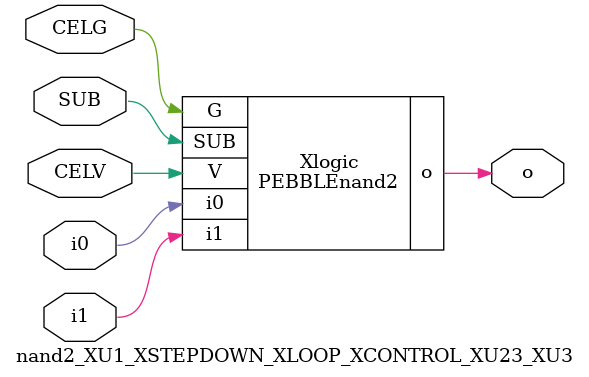
<source format=v>



module PEBBLEnand2 ( o, G, SUB, V, i0, i1 );

  input i0;
  input V;
  input i1;
  input G;
  output o;
  input SUB;
endmodule

//Celera Confidential Do Not Copy nand2_XU1_XSTEPDOWN_XLOOP_XCONTROL_XU23_XU3
//Celera Confidential Symbol Generator
//5V NAND2
module nand2_XU1_XSTEPDOWN_XLOOP_XCONTROL_XU23_XU3 (CELV,CELG,i0,i1,o,SUB);
input CELV;
input CELG;
input i0;
input i1;
input SUB;
output o;

//Celera Confidential Do Not Copy nand2
PEBBLEnand2 Xlogic(
.V (CELV),
.i0 (i0),
.i1 (i1),
.o (o),
.SUB (SUB),
.G (CELG)
);
//,diesize,PEBBLEnand2

//Celera Confidential Do Not Copy Module End
//Celera Schematic Generator
endmodule

</source>
